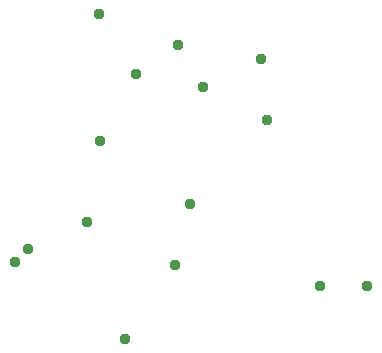
<source format=gbr>
G04 EAGLE Gerber RS-274X export*
G75*
%MOMM*%
%FSLAX34Y34*%
%LPD*%
%INSoldermask Bottom*%
%IPPOS*%
%AMOC8*
5,1,8,0,0,1.08239X$1,22.5*%
G01*
%ADD10C,0.959600*%


D10*
X1030000Y2074000D03*
X963000Y2100000D03*
X952500Y1924050D03*
X902970Y1901190D03*
X985000Y1825000D03*
X1027000Y1888000D03*
X1100150Y2062150D03*
X1105000Y2010000D03*
X1150000Y1870000D03*
X1190000Y1870000D03*
X1051000Y2038000D03*
X994500Y2049500D03*
X1040130Y1939290D03*
X963930Y1992630D03*
X891540Y1889760D03*
M02*

</source>
